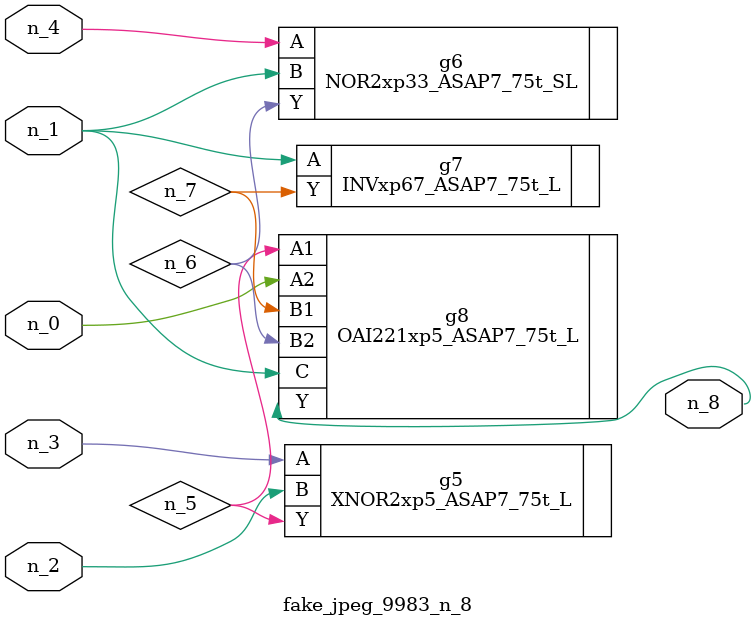
<source format=v>
module fake_jpeg_9983_n_8 (n_3, n_2, n_1, n_0, n_4, n_8);

input n_3;
input n_2;
input n_1;
input n_0;
input n_4;

output n_8;

wire n_6;
wire n_5;
wire n_7;

XNOR2xp5_ASAP7_75t_L g5 ( 
.A(n_3),
.B(n_2),
.Y(n_5)
);

NOR2xp33_ASAP7_75t_SL g6 ( 
.A(n_4),
.B(n_1),
.Y(n_6)
);

INVxp67_ASAP7_75t_L g7 ( 
.A(n_1),
.Y(n_7)
);

OAI221xp5_ASAP7_75t_L g8 ( 
.A1(n_5),
.A2(n_0),
.B1(n_7),
.B2(n_6),
.C(n_1),
.Y(n_8)
);


endmodule
</source>
